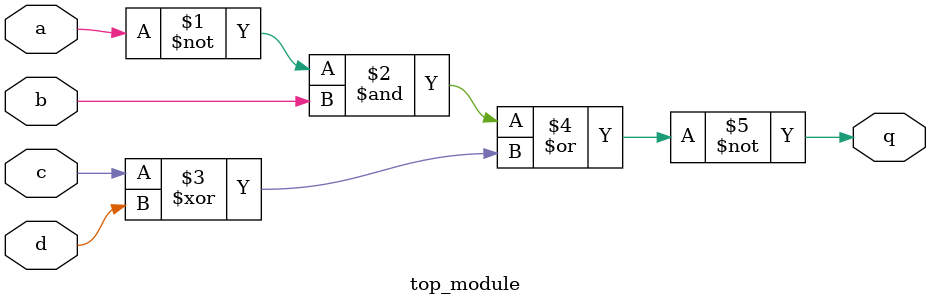
<source format=sv>
module top_module (
	input a, 
	input b, 
	input c, 
	input d,
	output q
);

	assign q = (~((~a & b) | (c ^ d)));
	
endmodule

</source>
